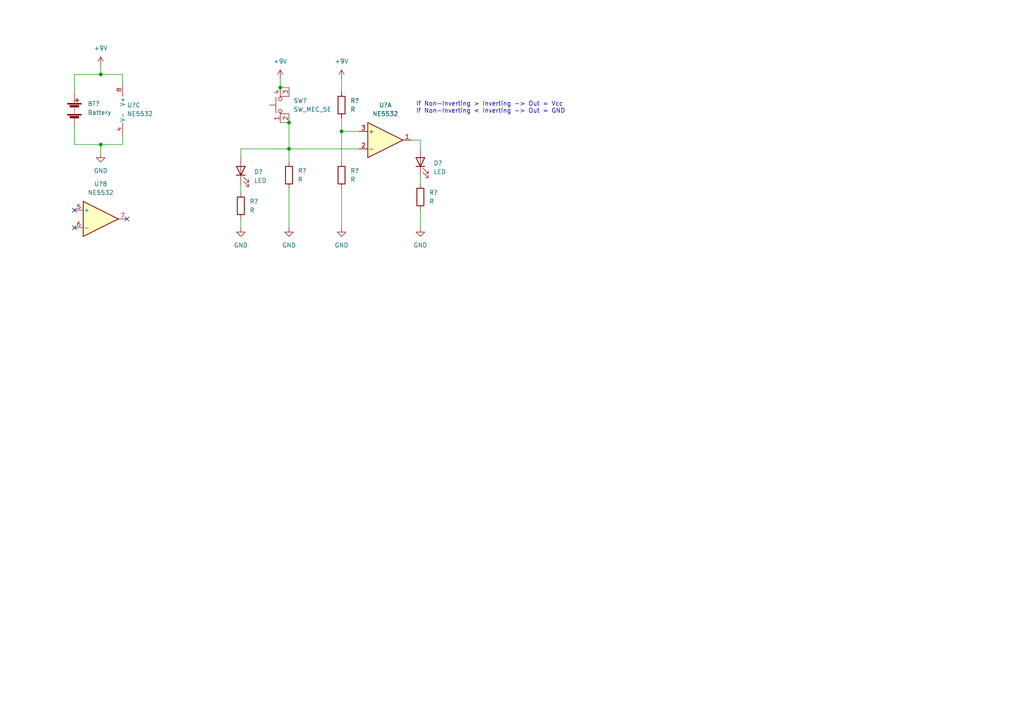
<source format=kicad_sch>
(kicad_sch (version 20211123) (generator eeschema)
  (paper "A4")
  (lib_symbols
    (symbol "Amplifier_Operational:NE5532" (pin_names (offset 0.127))
      (property "Reference" "U" (at 0 5.08 0))
      (property "Value" "NE5532" (at 0 -5.08 0))
      (symbol "NE5532_1_1"
        (polyline (pts (xy -5.08 5.08) (xy 5.08 0) (xy -5.08 -5.08) (xy -5.08 5.08)) (stroke (width 0.254)) (fill (type background)))
        (pin output line (at 7.62 0 180) (length 2.54) (name "~") (number "1"))
        (pin input line (at -7.62 -2.54 0) (length 2.54) (name "-") (number "2"))
        (pin input line (at -7.62 2.54 0) (length 2.54) (name "+") (number "3"))
      )
      (symbol "NE5532_2_1"
        (polyline (pts (xy -5.08 5.08) (xy 5.08 0) (xy -5.08 -5.08) (xy -5.08 5.08)) (stroke (width 0.254)) (fill (type background)))
        (pin input line (at -7.62 2.54 0) (length 2.54) (name "+") (number "5"))
        (pin input line (at -7.62 -2.54 0) (length 2.54) (name "-") (number "6"))
        (pin output line (at 7.62 0 180) (length 2.54) (name "~") (number "7"))
      )
      (symbol "NE5532_3_1"
        (pin power_in line (at -2.54 -7.62 90) (length 3.81) (name "V-") (number "4"))
        (pin power_in line (at -2.54 7.62 270) (length 3.81) (name "V+") (number "8"))
      )
    )
    (symbol "Device:Battery" (pin_numbers hide) (pin_names (offset 0) hide)
      (property "Reference" "BT" (at 2.54 2.54 0))
      (property "Value" "Battery" (at 2.54 0 0))
      (symbol "Battery_0_1"
        (rectangle (start -2.032 -1.397) (end 2.032 -1.651) (fill (type outline)))
        (rectangle (start -2.032 1.778) (end 2.032 1.524) (fill (type outline)))
        (rectangle (start -1.3208 -1.9812) (end 1.27 -2.4892) (fill (type outline)))
        (rectangle (start -1.3208 1.1938) (end 1.27 0.6858) (fill (type outline)))
        (polyline (pts (xy 0 -1.524) (xy 0 -1.27)))
        (polyline (pts (xy 0 -1.016) (xy 0 -0.762)))
        (polyline (pts (xy 0 -0.508) (xy 0 -0.254)))
        (polyline (pts (xy 0 0) (xy 0 0.254)))
        (polyline (pts (xy 0 0.508) (xy 0 0.762)))
        (polyline (pts (xy 0 1.778) (xy 0 2.54)))
        (polyline (pts (xy 0.254 2.667) (xy 1.27 2.667)) (stroke (width 0.254)))
        (polyline (pts (xy 0.762 3.175) (xy 0.762 2.159)) (stroke (width 0.254)))
      )
      (symbol "Battery_1_1"
        (pin passive line (at 0 5.08 270) (length 2.54) (name "+") (number "1"))
        (pin passive line (at 0 -5.08 90) (length 2.54) (name "-") (number "2"))
      )
    )
    (symbol "Device:LED" (pin_numbers hide) (pin_names (offset 1.016) hide)
      (property "Reference" "D" (at 0 2.54 0))
      (property "Value" "LED" (at 0 -2.54 0))
      (symbol "LED_0_1"
        (polyline (pts (xy -1.27 -1.27) (xy -1.27 1.27)) (stroke (width 0.254)))
        (polyline (pts (xy -1.27 0) (xy 1.27 0)))
        (polyline (pts (xy 1.27 -1.27) (xy 1.27 1.27) (xy -1.27 0) (xy 1.27 -1.27)) (stroke (width 0.254)))
        (polyline (pts (xy -3.048 -0.762) (xy -4.572 -2.286) (xy -3.81 -2.286) (xy -4.572 -2.286) (xy -4.572 -1.524)))
        (polyline (pts (xy -1.778 -0.762) (xy -3.302 -2.286) (xy -2.54 -2.286) (xy -3.302 -2.286) (xy -3.302 -1.524)))
      )
      (symbol "LED_1_1"
        (pin passive line (at -3.81 0 0) (length 2.54) (name "K") (number "1"))
        (pin passive line (at 3.81 0 180) (length 2.54) (name "A") (number "2"))
      )
    )
    (symbol "Device:R" (pin_numbers hide) (pin_names (offset 0))
      (property "Reference" "R" (at 2.032 0 90))
      (property "Value" "R" (at 0 0 90))
      (symbol "R_0_1"
        (rectangle (start -1.016 -2.54) (end 1.016 2.54) (stroke (width 0.254)))
      )
      (symbol "R_1_1"
        (pin passive line (at 0 3.81 270) (length 1.27) (name "~") (number "1"))
        (pin passive line (at 0 -3.81 90) (length 1.27) (name "~") (number "2"))
      )
    )
    (symbol "Switch:SW_MEC_5E" (pin_names (offset 1.016) hide)
      (property "Reference" "SW" (at 0.635 5.715 0))
      (property "Value" "SW_MEC_5E" (at 0 -3.175 0))
      (symbol "SW_MEC_5E_0_1"
        (circle (center -1.778 2.54) (radius 0.508))
        (polyline (pts (xy -2.286 3.81) (xy 2.286 3.81)))
        (polyline (pts (xy 0 3.81) (xy 0 5.588)))
        (polyline (pts (xy -2.54 0) (xy -2.54 2.54) (xy -2.286 2.54)))
        (polyline (pts (xy 2.54 0) (xy 2.54 2.54) (xy 2.286 2.54)))
        (circle (center 1.778 2.54) (radius 0.508))
        (pin passive line (at -5.08 2.54 0) (length 2.54) (name "1") (number "1"))
        (pin passive line (at -5.08 0 0) (length 2.54) (name "2") (number "2"))
        (pin passive line (at 5.08 0 180) (length 2.54) (name "K") (number "3"))
        (pin passive line (at 5.08 2.54 180) (length 2.54) (name "A") (number "4"))
      )
    )
    (symbol "power:+9V" (power) (pin_names (offset 0))
      (property "Value" "+9V" (at 0 3.556 0))
      (symbol "+9V_0_1"
        (polyline (pts (xy -0.762 1.27) (xy 0 2.54)))
        (polyline (pts (xy 0 0) (xy 0 2.54)))
        (polyline (pts (xy 0 2.54) (xy 0.762 1.27)))
      )
      (symbol "+9V_1_1"
        (pin power_in line (at 0 0 90) (length 0) hide (name "+9V") (number "1"))
      )
    )
    (symbol "power:GND" (power) (pin_names (offset 0))
      (property "Value" "GND" (at 0 -3.81 0))
      (symbol "GND_0_1"
        (polyline (pts (xy 0 0) (xy 0 -1.27) (xy 1.27 -1.27) (xy 0 -2.54) (xy -1.27 -1.27) (xy 0 -1.27)))
      )
      (symbol "GND_1_1"
        (pin power_in line (at 0 0 270) (length 0) hide (name "GND") (number "1"))
      )
    )
  )
  (junction (at 81.28 25.4))
  (junction (at 99.06 38.1))
  (junction (at 83.82 35.56))
  (junction (at 83.82 43.18))
  (junction (at 29.21 41.91))
  (junction (at 29.21 21.59))
  (no_connect (at 36.83 63.5))
  (no_connect (at 21.59 66.04))
  (no_connect (at 21.59 60.96))
  (wire (pts (xy 83.82 35.56) (xy 83.82 43.18)))
  (wire (pts (xy 99.06 38.1) (xy 99.06 46.99)))
  (wire (pts (xy 29.21 41.91) (xy 21.59 41.91)))
  (wire (pts (xy 69.85 53.34) (xy 69.85 55.88)))
  (wire (pts (xy 81.28 22.86) (xy 81.28 25.4)))
  (wire (pts (xy 29.21 19.05) (xy 29.21 21.59)))
  (wire (pts (xy 35.56 39.37) (xy 35.56 41.91)))
  (wire (pts (xy 83.82 43.18) (xy 83.82 46.99)))
  (wire (pts (xy 99.06 22.86) (xy 99.06 26.67)))
  (wire (pts (xy 21.59 41.91) (xy 21.59 36.83)))
  (wire (pts (xy 81.28 25.4) (xy 83.82 25.4)))
  (wire (pts (xy 121.92 43.18) (xy 121.92 40.64)))
  (wire (pts (xy 35.56 21.59) (xy 29.21 21.59)))
  (wire (pts (xy 29.21 21.59) (xy 21.59 21.59)))
  (wire (pts (xy 83.82 54.61) (xy 83.82 66.04)))
  (wire (pts (xy 35.56 41.91) (xy 29.21 41.91)))
  (wire (pts (xy 99.06 34.29) (xy 99.06 38.1)))
  (wire (pts (xy 99.06 38.1) (xy 104.14 38.1)))
  (wire (pts (xy 121.92 50.8) (xy 121.92 53.34)))
  (wire (pts (xy 69.85 66.04) (xy 69.85 63.5)))
  (wire (pts (xy 35.56 24.13) (xy 35.56 21.59)))
  (wire (pts (xy 69.85 43.18) (xy 83.82 43.18)))
  (wire (pts (xy 83.82 43.18) (xy 104.14 43.18)))
  (wire (pts (xy 121.92 66.04) (xy 121.92 60.96)))
  (wire (pts (xy 21.59 21.59) (xy 21.59 26.67)))
  (wire (pts (xy 29.21 44.45) (xy 29.21 41.91)))
  (wire (pts (xy 81.28 35.56) (xy 83.82 35.56)))
  (wire (pts (xy 69.85 45.72) (xy 69.85 43.18)))
  (wire (pts (xy 99.06 54.61) (xy 99.06 66.04)))
  (wire (pts (xy 121.92 40.64) (xy 119.38 40.64)))
  (text "If Non-Inverting > Inverting -> Out = Vcc\nIf Non-Inverting < Inverting -> Out = GND" (at 120.65 33.02 0) (effects (font (size 1.27 1.27)) (justify left bottom)))
  (symbol (lib_id "Device:R") (at 99.06 30.48 0) (unit 1)
    (property "Reference" "R?" (at 101.6 29.2099 0) (effects (justify left)))
    (property "Value" "R" (at 101.6 31.7499 0) (effects (justify left)))
  )
  (symbol (lib_id "Device:LED") (at 69.85 49.53 90) (unit 1)
    (property "Reference" "D?" (at 73.66 49.8474 90) (effects (justify right)))
    (property "Value" "LED" (at 73.66 52.3874 90) (effects (justify right)))
  )
  (symbol (lib_id "Device:R") (at 99.06 50.8 0) (unit 1)
    (property "Reference" "R?" (at 101.6 49.5299 0) (effects (justify left)))
    (property "Value" "R" (at 101.6 52.0699 0) (effects (justify left)))
  )
  (symbol (lib_id "Amplifier_Operational:NE5532") (at 111.76 40.64 0) (unit 1)
    (property "Reference" "U?" (at 111.76 30.48 0))
    (property "Value" "NE5532" (at 111.76 33.02 0))
    (property "Datasheet" "http://www.ti.com/lit/ds/symlink/ne5532.pdf" (effects hide))
  )
  (symbol (lib_id "power:+9V") (at 81.28 22.86 0) (unit 1)
    (property "Reference" "#PWR?" (effects hide))
    (property "Value" "+9V" (at 81.28 17.78 0))
  )
  (symbol (lib_id "power:GND") (at 83.82 66.04 0) (unit 1)
    (property "Reference" "#PWR?" (effects hide))
    (property "Value" "GND" (at 83.82 71.12 0))
  )
  (symbol (lib_id "Device:R") (at 83.82 50.8 0) (unit 1)
    (property "Reference" "R?" (at 86.36 49.5299 0) (effects (justify left)))
    (property "Value" "R" (at 86.36 52.0699 0) (effects (justify left)))
  )
  (symbol (lib_id "power:GND") (at 99.06 66.04 0) (unit 1)
    (property "Reference" "#PWR?" (effects hide))
    (property "Value" "GND" (at 99.06 71.12 0))
  )
  (symbol (lib_id "Device:LED") (at 121.92 46.99 90) (unit 1)
    (property "Reference" "D?" (at 125.73 47.3074 90) (effects (justify right)))
    (property "Value" "LED" (at 125.73 49.8474 90) (effects (justify right)))
  )
  (symbol (lib_id "Amplifier_Operational:NE5532") (at 29.21 63.5 0) (unit 2)
    (property "Reference" "U?" (at 29.21 53.34 0))
    (property "Value" "NE5532" (at 29.21 55.88 0))
    (property "Datasheet" "http://www.ti.com/lit/ds/symlink/ne5532.pdf" (effects hide))
  )
  (symbol (lib_id "Amplifier_Operational:NE5532") (at 38.1 31.75 0) (unit 3)
    (property "Reference" "U?" (at 36.83 30.4799 0) (effects (justify left)))
    (property "Value" "NE5532" (at 36.83 33.0199 0) (effects (justify left)))
    (property "Datasheet" "http://www.ti.com/lit/ds/symlink/ne5532.pdf" (effects hide))
  )
  (symbol (lib_id "Device:Battery") (at 21.59 31.75 0) (unit 1)
    (property "Reference" "BT?" (at 25.4 30.0989 0) (effects (justify left)))
    (property "Value" "Battery" (at 25.4 32.6389 0) (effects (justify left)))
  )
  (symbol (lib_id "power:GND") (at 69.85 66.04 0) (unit 1)
    (property "Reference" "#PWR?" (effects hide))
    (property "Value" "GND" (at 69.85 71.12 0))
  )
  (symbol (lib_id "Device:R") (at 121.92 57.15 0) (unit 1)
    (property "Reference" "R?" (at 124.46 55.8799 0) (effects (justify left)))
    (property "Value" "R" (at 124.46 58.4199 0) (effects (justify left)))
  )
  (symbol (lib_id "power:+9V") (at 29.21 19.05 0) (unit 1)
    (property "Reference" "#PWR?" (effects hide))
    (property "Value" "+9V" (at 29.21 13.97 0))
  )
  (symbol (lib_id "power:GND") (at 29.21 44.45 0) (unit 1)
    (property "Reference" "#PWR?" (effects hide))
    (property "Value" "GND" (at 29.21 49.53 0))
  )
  (symbol (lib_id "Device:R") (at 69.85 59.69 0) (unit 1)
    (property "Reference" "R?" (at 72.39 58.4199 0) (effects (justify left)))
    (property "Value" "R" (at 72.39 60.9599 0) (effects (justify left)))
  )
  (symbol (lib_id "power:GND") (at 121.92 66.04 0) (unit 1)
    (property "Reference" "#PWR?" (effects hide))
    (property "Value" "GND" (at 121.92 71.12 0))
  )
  (symbol (lib_id "Switch:SW_MEC_5E") (at 83.82 30.48 90) (unit 1)
    (property "Reference" "SW?" (at 85.09 29.2099 90) (effects (justify right)))
    (property "Value" "SW_MEC_5E" (at 85.09 31.7499 90) (effects (justify right)))
    (property "Datasheet" "http://www.apem.com/int/index.php?controller=attachment&id_attachment=1371" (effects hide))
  )
  (symbol (lib_id "power:+9V") (at 99.06 22.86 0) (unit 1)
    (property "Reference" "#PWR?" (effects hide))
    (property "Value" "+9V" (at 99.06 17.78 0))
  )
)
</source>
